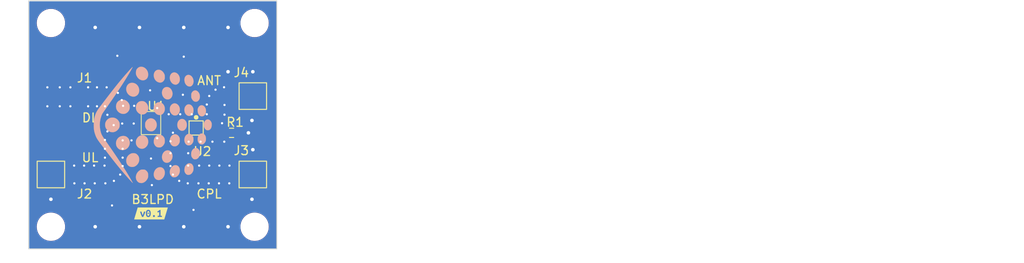
<source format=kicad_pcb>
(kicad_pcb (version 20221018) (generator pcbnew)
  (layers (0 "F.Cu" signal) (1 "In1.Cu" signal) (2 "In2.Cu" signal) (31 "B.Cu" signal) (34 "B.Paste" user) (35 "F.Paste" user) (36 "B.SilkS" user "B.Silkscreen") (37 "F.SilkS" user "F.Silkscreen") (38 "B.Mask" user) (39 "F.Mask" user) (44 "Edge.Cuts" user))
  (net 0 "")
  (net 1 "Net-(J1-In)")
  (net 2 "GND")
  (net 3 "Net-(J2-In)")
  (net 4 "Net-(J3-In)")
  (net 5 "Net-(J4-In)")
  (net 6 "Net-(U2-TERM)")
  (net 7 "Net-(U1-ANT)")
  (footprint "ABOP_Parts:Connector_RF_Hirose_U.FL-R-SMT(01)" (layer "F.Cu") (at 119 86.55 90)
    (fp_text reference "J4" (at 2.65 -1.3 unlocked) (layer "F.SilkS"))
    (fp_text value "U.FL-R-SMT(01)")
    (pad "1" smd rect (at 0 -1.5 90) (size 1 1) (layers "F.Cu" "F.Paste" "F.Mask") (net 5 "Net-(J4-In)"))
    (pad "2" smd rect (at -1.475 -0.1 90) (size 1.05 2.2) (layers "F.Cu" "F.Paste" "F.Mask") (net 2 "GND"))
    (pad "2" smd rect (at 1.475 0 90) (size 1.05 2.2) (layers "F.Cu" "F.Paste" "F.Mask") (net 2 "GND"))
  )
  (footprint "MountingHole:MountingHole_2.7mm_M2.5_ISO14580" (layer "F.Cu") (at 96.2 78.3)
    (fp_text reference "H1" hide)
    (fp_text value "MountingHole")
    (pad "" np_thru_hole circle (at 0 0) (size 2.7 2.7) (drill 2.7) (layers "*.Cu" "*.Mask"))
  )
  (footprint "MountingHole:MountingHole_2.7mm_M2.5_ISO14580" (layer "F.Cu") (at 96.2 101.3)
    (fp_text reference "H3" hide)
    (fp_text value "MountingHole")
    (pad "" np_thru_hole circle (at 0 0) (size 2.7 2.7) (drill 2.7) (layers "*.Cu" "*.Mask"))
  )
  (footprint "ABOP_Parts:Connector_RF_Hirose_U.FL-R-SMT(01)" (layer "F.Cu") (at 119 95.4 90)
    (fp_text reference "J3" (at 2.7 -1.3 unlocked) (layer "F.SilkS"))
    (fp_text value "U.FL-R-SMT(01)")
    (pad "1" smd rect (at 0 -1.5 90) (size 1 1) (layers "F.Cu" "F.Paste" "F.Mask") (net 4 "Net-(J3-In)"))
    (pad "2" smd rect (at -1.475 -0.1 90) (size 1.05 2.2) (layers "F.Cu" "F.Paste" "F.Mask") (net 2 "GND"))
    (pad "2" smd rect (at 1.475 0 90) (size 1.05 2.2) (layers "F.Cu" "F.Paste" "F.Mask") (net 2 "GND"))
  )
  (footprint "Resistor_SMD:R_0603_1608Metric" (layer "F.Cu") (at 116.6 90.7)
    (fp_text reference "R1" (at 0.4 -1.2) (layer "F.SilkS"))
    (fp_text value "50R")
    (pad "1" smd roundrect (at -0.825 0) (size 0.8 0.95) (layers "F.Cu" "F.Paste" "F.Mask") (net 6 "Net-(U2-TERM)"))
    (pad "2" smd roundrect (at 0.825 0) (size 0.8 0.95) (layers "F.Cu" "F.Paste" "F.Mask") (net 2 "GND"))
  )
  (footprint "MountingHole:MountingHole_2.7mm_M2.5_ISO14580" (layer "F.Cu") (at 119.2 78.3)
    (fp_text reference "H2" hide)
    (fp_text value "MountingHole")
    (pad "" np_thru_hole circle (at 0 0) (size 2.7 2.7) (drill 2.7) (layers "*.Cu" "*.Mask"))
  )
  (footprint "kibuzzard-64104D25" (layer "F.Cu") (at 107.5 99.8)
    (fp_text reference "kibuzzard-64104D25" hide)
    (fp_text value "G***" hide)
  )
  (footprint "ABOP_Parts:Wurth_60314202124525" (layer "F.Cu") (at 93.8 86.55 -90)
    (fp_text reference "J1" (at -2.05 -6.2 unlocked) (layer "F.SilkS"))
    (fp_text value "60314202124525")
    (pad "1" smd rect (at 0 -2.5 270) (size 0.9 5) (layers "F.Cu" "F.Paste" "F.Mask") (net 1 "Net-(J1-In)"))
    (pad "2" smd rect (at -4.25 -2.5 270) (size 1.4 5) (layers "F.Cu" "F.Paste" "F.Mask") (net 2 "GND"))
    (pad "2" smd rect (at -4.25 -2.5 270) (size 1.4 5) (layers "B.Cu" "F.Paste" "F.Mask") (net 2 "GND"))
    (pad "2" smd rect (at 4.25 -2.5 270) (size 1.4 5) (layers "F.Cu" "F.Paste" "F.Mask") (net 2 "GND"))
    (pad "2" smd rect (at 4.25 -2.5 270) (size 1.4 5) (layers "B.Cu" "F.Paste" "F.Mask") (net 2 "GND"))
  )
  (footprint "MountingHole:MountingHole_2.7mm_M2.5_ISO14580" (layer "F.Cu") (at 119.2 101.3)
    (fp_text reference "H4" hide)
    (fp_text value "MountingHole")
    (pad "" np_thru_hole circle (at 0 0) (size 2.7 2.7) (drill 2.7) (layers "*.Cu" "*.Mask"))
  )
  (footprint "ABOP_Parts:Connector_RF_Hirose_U.FL-R-SMT(01)" (layer "F.Cu") (at 96.2 95.4 -90)
    (fp_text reference "J2" (at 2.2 -3.8 unlocked) (layer "F.SilkS"))
    (fp_text value "U.FL-R-SMT(01)")
    (pad "1" smd rect (at 0 -1.5 270) (size 1 1) (layers "F.Cu" "F.Paste" "F.Mask") (net 3 "Net-(J2-In)"))
    (pad "2" smd rect (at -1.475 -0.1 270) (size 1.05 2.2) (layers "F.Cu" "F.Paste" "F.Mask") (net 2 "GND"))
    (pad "2" smd rect (at 1.475 0 270) (size 1.05 2.2) (layers "F.Cu" "F.Paste" "F.Mask") (net 2 "GND"))
  )
  (footprint "ABOP_Parts:Qorvo_QPQ1297" (layer "F.Cu") (at 107.5 89.6)
    (fp_text reference "U1" (at 0.6 -1.9 unlocked) (layer "F.SilkS"))
    (fp_text value "QPQ1297")
    (pad "1" smd rect (at -0.7 -0.95) (size 0.4 0.4) (layers "F.Cu" "F.Paste" "F.Mask") (net 1 "Net-(J1-In)"))
    (pad "2" smd rect (at -0.7 0) (size 0.4 0.4) (layers "F.Cu" "F.Paste" "F.Mask") (net 2 "GND"))
    (pad "3" smd rect (at -0.7 0.95) (size 0.4 0.4) (layers "F.Cu" "F.Paste" "F.Mask") (net 3 "Net-(J2-In)"))
    (pad "4" smd rect (at 0 0.95) (size 0.4 0.4) (layers "F.Cu" "F.Paste" "F.Mask") (net 2 "GND"))
    (pad "5" smd rect (at 0.7 0.95) (size 0.4 0.4) (layers "F.Cu" "F.Paste" "F.Mask") (net 2 "GND"))
    (pad "6" smd rect (at 0.7 0) (size 0.4 0.4) (layers "F.Cu" "F.Paste" "F.Mask") (net 7 "Net-(U1-ANT)"))
    (pad "7" smd rect (at 0.7 -0.95) (size 0.4 0.4) (layers "F.Cu" "F.Paste" "F.Mask") (net 2 "GND"))
    (pad "8" smd rect (at 0 -0.95) (size 0.4 0.4) (layers "F.Cu" "F.Paste" "F.Mask") (net 2 "GND"))
    (pad "9" smd roundrect (at 0 0) (size 0.107 0.9) (layers "F.Cu" "F.Paste" "F.Mask") (roundrect_rratio 0) (chamfer_ratio 0.2) (chamfer top_left) (net 2 "GND"))
  )
  (footprint "ABOP_Parts:TDK_HHM22139A2" (layer "F.Cu") (at 112.6 90.15)
    (fp_text reference "U2" (at 0.7 2.65 unlocked) (layer "F.SilkS"))
    (fp_text value "HHM22139A2")
    (pad "1" smd rect (at -0.5 -0.55) (size 0.5 0.3) (layers "F.Cu" "F.Paste" "F.Mask") (net 7 "Net-(U1-ANT)"))
    (pad "2" smd rect (at -0.5 0) (size 0.5 0.3) (layers "F.Cu" "F.Paste" "F.Mask") (net 2 "GND"))
    (pad "3" smd rect (at -0.5 0.55) (size 0.5 0.3) (layers "F.Cu" "F.Paste" "F.Mask") (net 4 "Net-(J3-In)"))
    (pad "4" smd rect (at 0.5 0.55) (size 0.5 0.3) (layers "F.Cu" "F.Paste" "F.Mask") (net 6 "Net-(U2-TERM)"))
    (pad "5" smd rect (at 0.5 0) (size 0.5 0.3) (layers "F.Cu" "F.Paste" "F.Mask") (net 2 "GND"))
    (pad "6" smd rect (at 0.5 -0.55) (size 0.5 0.3) (layers "F.Cu" "F.Paste" "F.Mask") (net 5 "Net-(J4-In)"))
  )
  (footprint "LibreCellularKicadLogo:LibreCellular_PCB_GraphicOnly" (layer "B.Cu") (at 107.593006 90.228208 180)
    (fp_text reference "Ref**" hide)
    (fp_text value "Val**" hide)
  )
  (gr_rect (start 93.7 75.8) (end 121.7 103.8) (stroke (width 0.1)) (fill none) (layer "Edge.Cuts"))
  (gr_text "UL" (at 99.6 93.5) (layer "F.SilkS") (effects (font (size 1 1)) (justify left)))
  (gr_text "B3LPD" (at 107.7 98.8) (layer "F.SilkS") (effects (font (size 1 1)) (justify bottom)))
  (gr_text "ANT" (at 115.5 84.8) (layer "F.SilkS") (effects (font (size 1 1)) (justify right)))
  (gr_text "DL" (at 99.623809 89) (layer "F.SilkS") (effects (font (size 1 1)) (justify left)))
  (gr_text "CPL" (at 115.571428 97.6) (layer "F.SilkS") (effects (font (size 1 1)) (justify right)))
  (segment (start 104.3 88.65) (end 106.8 88.65) (width 0.3) (layer "F.Cu") (net 1))
  (segment (start 102.3 86.55) (end 96.3 86.55) (width 0.3) (layer "F.Cu") (net 1))
  (segment (start 103.3 87.55) (end 103.3 87.65) (width 0.3) (layer "F.Cu") (net 1))
  (arc (start 103.3 87.55) (mid 103.007106 86.842893) (end 102.3 86.55) (width 0.3) (layer "F.Cu") (net 1))
  (arc (start 104.3 88.65) (mid 103.592893 88.357106) (end 103.3 87.65) (width 0.3) (layer "F.Cu") (net 1))
  (via (at 113.801204 87.500935) (size 0.5) (drill 0.25) (layers "F.Cu" "B.Cu") (net 2))
  (via (at 118.9 98.2) (size 0.8) (drill 0.4) (layers "F.Cu" "B.Cu") (net 2))
  (via (at 102.577166 90.536443) (size 0.5) (drill 0.25) (layers "F.Cu" "B.Cu") (net 2))
  (via (at 98.4 85.559397) (size 0.5) (drill 0.25) (layers "F.Cu" "B.Cu") (net 2))
  (via (at 103.286443 89.827166) (size 0.5) (drill 0.25) (layers "F.Cu" "B.Cu") (net 2))
  (via (at 102.3 93.5) (size 0.5) (drill 0.25) (layers "F.Cu" "B.Cu") (net 2))
  (via (at 101.4 85.559397) (size 0.5) (drill 0.25) (layers "F.Cu" "B.Cu") (net 2))
  (via (at 107.4 85.9) (size 0.5) (drill 0.25) (layers "F.Cu" "B.Cu") (net 2))
  (via (at 106.2 78.8) (size 0.8) (drill 0.4) (layers "F.Cu" "B.Cu") (net 2))
  (via (at 102.3 92.5) (size 0.5) (drill 0.25) (layers "F.Cu" "B.Cu") (net 2))
  (via (at 111.2 82.1) (size 0.5) (drill 0.25) (layers "F.Cu" "B.Cu") (net 2))
  (via (at 98.4 87.7) (size 0.5) (drill 0.25) (layers "F.Cu" "B.Cu") (net 2))
  (via (at 102.577165 88.663553) (size 0.5) (drill 0.25) (layers "F.Cu" "B.Cu") (net 2))
  (via (at 111.2 78.8) (size 0.8) (drill 0.4) (layers "F.Cu" "B.Cu") (net 2))
  (via (at 115.522828 89.613561) (size 0.5) (drill 0.25) (layers "F.Cu" "B.Cu") (net 2))
  (via (at 107.5 93.6) (size 0.5) (drill 0.25) (layers "F.Cu" "B.Cu") (net 2))
  (via (at 116.34 96.4) (size 0.5) (drill 0.25) (layers "F.Cu" "B.Cu") (net 2))
  (via (at 111.70115 93) (size 0.5) (drill 0.25) (layers "F.Cu" "B.Cu") (net 2))
  (via (at 109.701204 91.650935) (size 0.5) (drill 0.25) (layers "F.Cu" "B.Cu") (net 2))
  (via (at 112.3 99.4) (size 0.5) (drill 0.25) (layers "F.Cu" "B.Cu") (net 2))
  (via (at 108.2 91.3) (size 0.5) (drill 0.25) (layers "F.Cu" "B.Cu") (net 2))
  (via (at 102.250925 94.401205) (size 0.5) (drill 0.25) (layers "F.Cu" "B.Cu") (net 2))
  (via (at 98.825 94.4) (size 0.5) (drill 0.25) (layers "F.Cu" "B.Cu") (net 2))
  (via (at 103.7 82) (size 0.5) (drill 0.25) (layers "F.Cu" "B.Cu") (net 2))
  (via (at 102.301205 87.699065) (size 0.5) (drill 0.25) (layers "F.Cu" "B.Cu") (net 2))
  (via (at 100.4 85.559397) (size 0.5) (drill 0.25) (layers "F.Cu" "B.Cu") (net 2))
  (via (at 114.08 94.4) (size 0.5) (drill 0.25) (layers "F.Cu" "B.Cu") (net 2))
  (via (at 115.22 94.4) (size 0.5) (drill 0.25) (layers "F.Cu" "B.Cu") (net 2))
  (via (at 104.298795 94.449065) (size 0.5) (drill 0.25) (layers "F.Cu" "B.Cu") (net 2))
  (via (at 118.9 89.3) (size 0.8) (drill 0.4) (layers "F.Cu" "B.Cu") (net 2))
  (via (at 111.749065 91.698796) (size 0.5) (drill 0.25) (layers "F.Cu" "B.Cu") (net 2))
  (via (at 112.94 94.4) (size 0.5) (drill 0.25) (layers "F.Cu" "B.Cu") (net 2))
  (via (at 111.2 101.3) (size 0.8) (drill 0.4) (layers "F.Cu" "B.Cu") (net 2))
  (via (at 105.55 89.65) (size 0.5) (drill 0.25) (layers "F.Cu" "B.Cu") (net 2))
  (via (at 114.4375 91.7) (size 0.5) (drill 0.25) (layers "F.Cu" "B.Cu") (net 2))
  (via (at 99.95 94.4) (size 0.5) (drill 0.25) (layers "F.Cu" "B.Cu") (net 2))
  (via (at 116.2 83.8) (size 0.8) (drill 0.4) (layers "F.Cu" "B.Cu") (net 2))
  (via (at 115.80115 87.55115) (size 0.5) (drill 0.25) (layers "F.Cu" "B.Cu") (net 2))
  (via (at 100 96.4) (size 0.5) (drill 0.25) (layers "F.Cu" "B.Cu") (net 2))
  (via (at 109.701205 94.449065) (size 0.5) (drill 0.25) (layers "F.Cu" "B.Cu") (net 2))
  (via (at 116.2 101.3) (size 0.8) (drill 0.4) (layers "F.Cu" "B.Cu") (net 2))
  (via (at 105.6 87.65) (size 0.5) (drill 0.25) (layers "F.Cu" "B.Cu") (net 2))
  (via (at 109.701205 93) (size 0.5) (drill 0.25) (layers "F.Cu" "B.Cu") (net 2))
  (via (at 103.1 98.9) (size 0.5) (drill 0.25) (layers "F.Cu" "B.Cu") (net 2))
  (via (at 103.313561 96.122828) (size 0.5) (drill 0.25) (layers "F.Cu" "B.Cu") (net 2))
  (via (at 119 92.6) (size 0.8) (drill 0.4) (layers "F.Cu" "B.Cu") (net 2))
  (via (at 104.250925 89.648795) (size 0.5) (drill 0.25) (layers "F.Cu" "B.Cu") (net 2))
  (via (at 107.6 96.6) (size 0.5) (drill 0.25) (layers "F.Cu" "B.Cu") (net 2))
  (via (at 104.2 87) (size 0.5) (drill 0.25) (layers "F.Cu" "B.Cu") (net 2))
  (via (at 101.4 87.7) (size 0.5) (drill 0.25) (layers "F.Cu" "B.Cu") (net 2))
  (via (at 110.686438 96.122828) (size 0.5) (drill 0.25) (layers "F.Cu" "B.Cu") (net 2))
  (via (at 96.2 98.2) (size 0.8) (drill 0.4) (layers "F.Cu" "B.Cu") (net 2))
  (via (at 105.3 91.55115) (size 0.5) (drill 0.25) (layers "F.Cu" "B.Cu") (net 2))
  (via (at 103.763711 86.188605) (size 0.5) (drill 0.25) (layers "F.Cu" "B.Cu") (net 2))
  (via (at 109.5 88.6) (size 0.5) (drill 0.25) (layers "F.Cu" "B.Cu") (net 2))
  (via (at 101.2 78.8) (size 0.8) (drill 0.4) (layers "F.Cu" "B.Cu") (net 2))
  (via (at 104.022833 95.413553) (size 0.5) (drill 0.25) (layers "F.Cu" "B.Cu") (net 2))
  (via (at 95.8 85.559397) (size 0.5) (drill 0.25) (layers "F.Cu" "B.Cu") (net 2))
  (via (at 102.493624 85.559397) (size 0.5) (drill 0.25) (layers "F.Cu" "B.Cu") (net 2))
  (via (at 104.349074 87.651205) (size 0.5) (drill 0.25) (layers "F.Cu" "B.Cu") (net 2))
  (via (at 115.798795 88.649075) (size 0.5) (drill 0.25) (layers "F.Cu" "B.Cu") (net 2))
  (via (at 110.8 88.6) (size 0.5) (drill 0.25) (layers "F.Cu" "B.Cu") (net 2))
  (via (at 109.977165 95.413553) (size 0.5) (drill 0.25) (layers "F.Cu" "B.Cu") (net 2))
  (via (at 111.1 86.4) (size 0.5) (drill 0.25) (layers "F.Cu" "B.Cu") (net 2))
  (via (at 109.977166 90.686443) (size 0.5) (drill 0.25) (layers "F.Cu" "B.Cu") (net 2))
  (via (at 114.02 96.4) (size 0.5) (drill 0.25) (layers "F.Cu" "B.Cu") (net 2))
  (via (at 111.701151 94.39885) (size 0.5) (drill 0.25) (layers "F.Cu" "B.Cu") (net 2))
  (via (at 115.750935 85.551204) (size 0.5) (drill 0.25) (layers "F.Cu" "B.Cu") (net 2))
  (via (at 113.79885 88.598849) (size 0.5) (drill 0.25) (layers "F.Cu" "B.Cu") (net 2))
  (via (at 118.5 90.7) (size 0.8) (drill 0.4) (layers "F.Cu" "B.Cu") (net 2))
  (via (at 104.298795 93.5) (size 0.5) (drill 0.25) (layers "F.Cu" "B.Cu") (net 2))
  (via (at 112.1 88.6) (size 0.5) (drill 0.25) (layers "F.Cu" "B.Cu") (net 2))
  (via (at 101.2 101.3) (size 0.8) (drill 0.4) (layers "F.Cu" "B.Cu") (net 2))
  (via (at 102.301204 91.500935) (size 0.5) (drill 0.25) (layers "F.Cu" "B.Cu") (net 2))
  (via (at 101.15 96.4) (size 0.5) (drill 0.25) (layers "F.Cu" "B.Cu") (net 2))
  (via (at 115.775 91.7) (size 0.5) (drill 0.25) (layers "F.Cu" "B.Cu") (net 2))
  (via (at 115.18 96.4) (size 0.5) (drill 0.25) (layers "F.Cu" "B.Cu") (net 2))
  (via (at 108.2 87.9) (size 0.5) (drill 0.25) (layers "F.Cu" "B.Cu") (net 2))
  (via (at 116.36 94.4) (size 0.5) (drill 0.25) (layers "F.Cu" "B.Cu") (net 2))
  (via (at 100.4 87.7) (size 0.5) (drill 0.25) (layers "F.Cu" "B.Cu") (net 2))
  (via (at 95.8 87.7) (size 0.5) (drill 0.25) (layers "F.Cu" "B.Cu") (net 2))
  (via (at 114.077166 86.536443) (size 0.5) (drill 0.25) (layers "F.Cu" "B.Cu") (net 2))
  (via (at 112.86 96.4) (size 0.5) (drill 0.25) (layers "F.Cu" "B.Cu") (net 2))
  (via (at 119 83.8) (size 0.8) (drill 0.4) (layers "F.Cu" "B.Cu") (net 2))
  (via (at 114.786443 85.827166) (size 0.5) (drill 0.25) (layers "F.Cu" "B.Cu") (net 2))
  (via (at 104.298795 92.5) (size 0.5) (drill 0.25) (layers "F.Cu" "B.Cu") (net 2))
  (via (at 102.349075 96.398795) (size 0.5) (drill 0.25) (layers "F.Cu" "B.Cu") (net 2))
  (via (at 104.30115 91.55115) (size 0.5) (drill 0.25) (layers "F.Cu" "B.Cu") (net 2))
  (via (at 111.650925 96.398795) (size 0.5) (drill 0.25) (layers "F.Cu" "B.Cu") (net 2))
  (via (at 98.85 96.4) (size 0.5) (drill 0.25) (layers "F.Cu" "B.Cu") (net 2))
  (via (at 116.2 78.8) (size 0.8) (drill 0.4) (layers "F.Cu" "B.Cu") (net 2))
  (via (at 97.2 87.7) (size 0.5) (drill 0.25) (layers "F.Cu" "B.Cu") (net 2))
  (via (at 113.1 91.7) (size 0.5) (drill 0.25) (layers "F.Cu" "B.Cu") (net 2))
  (via (at 97.2 85.559397) (size 0.5) (drill 0.25) (layers "F.Cu" "B.Cu") (net 2))
  (via (at 101.075 94.4) (size 0.5) (drill 0.25) (layers "F.Cu" "B.Cu") (net 2))
  (via (at 106.2 101.3) (size 0.8) (drill 0.4) (layers "F.Cu" "B.Cu") (net 2))
  (segment (start 102.3 95.4) (end 97.7 95.4) (width 0.3) (layer "F.Cu") (net 3))
  (segment (start 104.3 90.55) (end 106.8 90.55) (width 0.3) (layer "F.Cu") (net 3))
  (segment (start 103.3 91.55) (end 103.3 94.4) (width 0.3) (layer "F.Cu") (net 3))
  (arc (start 103.3 91.55) (mid 103.592893 90.842893) (end 104.3 90.55) (width 0.3) (layer "F.Cu") (net 3))
  (arc (start 102.3 95.4) (mid 103.007106 95.107106) (end 103.3 94.4) (width 0.3) (layer "F.Cu") (net 3))
  (segment (start 111.7 95.4) (end 117.5 95.4) (width 0.3) (layer "F.Cu") (net 4))
  (segment (start 110.7 94.4) (end 110.7 91.7) (width 0.3) (layer "F.Cu") (net 4))
  (segment (start 112.1 90.7) (end 111.7 90.7) (width 0.3) (layer "F.Cu") (net 4))
  (arc (start 111.7 95.4) (mid 110.992893 95.107106) (end 110.7 94.4) (width 0.3) (layer "F.Cu") (net 4))
  (arc (start 111.7 90.7) (mid 110.992893 90.992893) (end 110.7 91.7) (width 0.3) (layer "F.Cu") (net 4))
  (segment (start 114.8 87.55) (end 114.8 88.6) (width 0.3) (layer "F.Cu") (net 5))
  (segment (start 115.8 86.55) (end 117.5 86.55) (width 0.3) (layer "F.Cu") (net 5))
  (segment (start 113.8 89.6) (end 113.1 89.6) (width 0.3) (layer "F.Cu") (net 5))
  (arc (start 114.8 88.6) (mid 114.507106 89.307106) (end 113.8 89.6) (width 0.3) (layer "F.Cu") (net 5))
  (arc (start 114.8 87.55) (mid 115.092893 86.842893) (end 115.8 86.55) (width 0.3) (layer "F.Cu") (net 5))
  (segment (start 113.1 90.7) (end 115.775 90.7) (width 0.3) (layer "F.Cu") (net 6))
  (segment (start 108.2 89.6) (end 112.1 89.6) (width 0.3) (layer "F.Cu") (net 7))
  (zone (net 2) (net_name "GND") (layers "F.Cu" "In1.Cu" "In2.Cu" "B.Cu") (name "GND") (connect_pads yes (clearance 0.2)) (min_thickness 0.25) (fill yes (thermal_gap 0.5) (thermal_bridge_width 0.5))
    (polygon (pts (xy 93.6 75.7) (xy 121.8 75.7) (xy 121.8 103.9) (xy 93.6 103.9)))
  )
)
</source>
